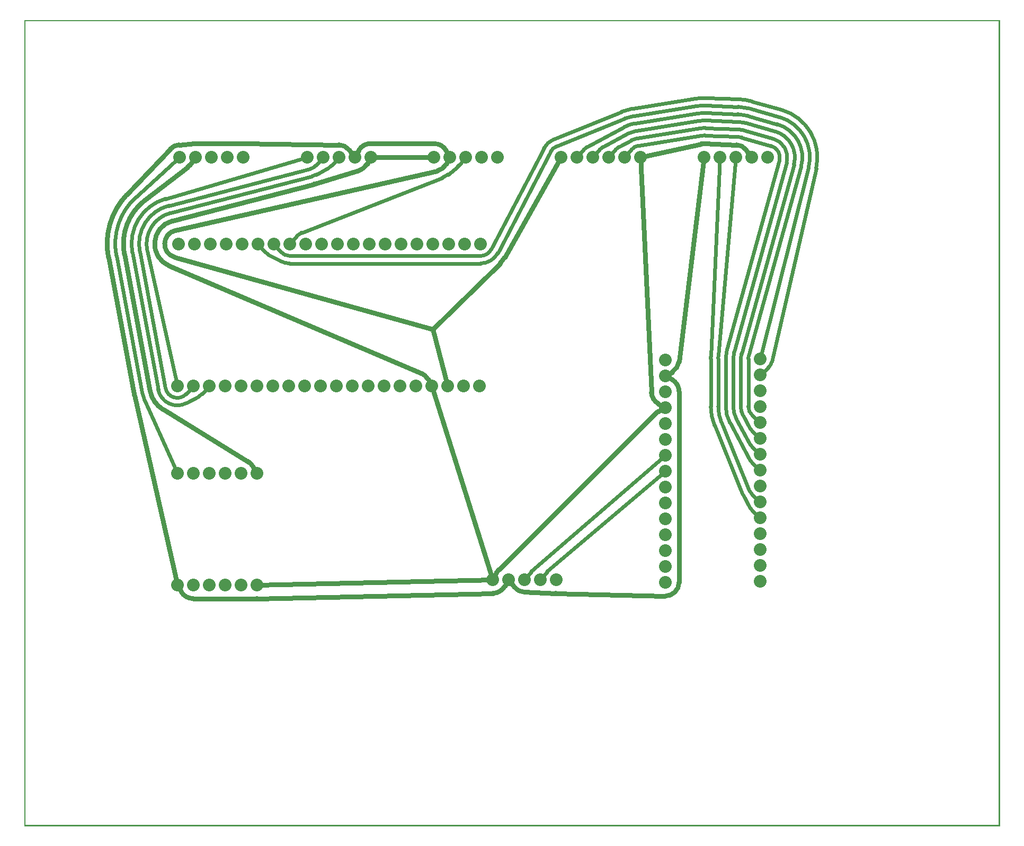
<source format=gbr>
%FSLAX44Y44*%
%OFA0.0000B0.0000*%
%SFA1B1*%
%MOMM*%
%ADD10C,0.0000X0.0000X0.0000*%
%ADD11C,0.2032X0.0000X0.0000*%
%ADD12C,2.0320X0.0000X0.0000*%
%ADD13C,0.8000X0.0000X0.0000*%
%ADD14C,0.6000X0.0000X0.0000*%
%LNBOT*%
%LPD*%
G54D10*
X-1424216Y794816D2*
X-1424216Y-494016D1*
X134516Y794816D2*
X-1424216Y794816D1*
X134516Y-494016D2*
X134516Y794816D1*
X-1424216Y-494016D2*
X134516Y-494016D1*
G54D11*
X-1423200Y793800D2*
X-1423200Y-493000D1*
X133500Y793800D2*
X-1423200Y793800D1*
X133500Y-493000D2*
X133500Y793800D1*
X-1423200Y-493000D2*
X133500Y-493000D1*
G54D12*
X-1074200Y575000D3*
X-1099600Y575000D3*
X-1125000Y575000D3*
X-1150400Y575000D3*
X-1175800Y575000D3*
X-236000Y575000D3*
X-261400Y575000D3*
X-286800Y575000D3*
X-312200Y575000D3*
X-337600Y575000D3*
X-1052900Y69800D3*
X-1078300Y69800D3*
X-1103700Y69800D3*
X-1129100Y69800D3*
X-1154500Y69800D3*
X-1179900Y69800D3*
X-870800Y575000D3*
X-896200Y575000D3*
X-921600Y575000D3*
X-947000Y575000D3*
X-972400Y575000D3*
X-675800Y-100000D3*
X-650400Y-100000D3*
X-625000Y-100000D3*
X-599600Y-100000D3*
X-574200Y-100000D3*
X-667800Y575000D3*
X-693200Y575000D3*
X-718600Y575000D3*
X-744000Y575000D3*
X-769400Y575000D3*
X-1179900Y-108420D3*
X-1154500Y-108420D3*
X-1129100Y-108420D3*
X-1103700Y-108420D3*
X-1078300Y-108420D3*
X-1052900Y-108420D3*
X-439400Y575000D3*
X-464800Y575000D3*
X-490200Y575000D3*
X-515600Y575000D3*
X-541000Y575000D3*
X-566400Y575000D3*
X-400000Y251200D3*
X-400000Y225800D3*
X-400000Y200400D3*
X-400000Y175000D3*
X-400000Y149600D3*
X-400000Y124200D3*
X-400000Y98800D3*
X-400000Y73400D3*
X-400000Y48000D3*
X-400000Y22600D3*
X-400000Y-2800D3*
X-400000Y-28200D3*
X-400000Y-53600D3*
X-400000Y-79000D3*
X-400000Y-104400D3*
X-248070Y-102590D3*
X-248070Y-77190D3*
X-248070Y-51790D3*
X-248070Y-26390D3*
X-248070Y-990D3*
X-248070Y24410D3*
X-248070Y49810D3*
X-248070Y75210D3*
X-248070Y100610D3*
X-248070Y126010D3*
X-248070Y151410D3*
X-248070Y176810D3*
X-248070Y202210D3*
X-248070Y227610D3*
X-248070Y253010D3*
X-1179800Y209600D3*
X-1154400Y209600D3*
X-1129000Y209600D3*
X-1103600Y209600D3*
X-1078200Y209600D3*
X-1052800Y209600D3*
X-1027400Y209600D3*
X-1002000Y209600D3*
X-976600Y209600D3*
X-951200Y209600D3*
X-925800Y209600D3*
X-900400Y209600D3*
X-875000Y209600D3*
X-849600Y209600D3*
X-824200Y209600D3*
X-798800Y209600D3*
X-773400Y209600D3*
X-748000Y209600D3*
X-722600Y209600D3*
X-697200Y209600D3*
X-695200Y436600D3*
X-720600Y436600D3*
X-746000Y436600D3*
X-771400Y436600D3*
X-796800Y436600D3*
X-822200Y436600D3*
X-847600Y436600D3*
X-873000Y436600D3*
X-898400Y436600D3*
X-923800Y436600D3*
X-949200Y436600D3*
X-974600Y436600D3*
X-1000000Y436600D3*
X-1025400Y436600D3*
X-1050800Y436600D3*
X-1076200Y436600D3*
X-1101600Y436600D3*
X-1127000Y436600D3*
X-1152400Y436600D3*
X-1177800Y436600D3*
G54D13*
X-378008Y248478D2*
X-337600Y575000D1*
G75*
G01X-389170Y231867D2*
G03X-378008Y248478I-10830J19333D1*
G74*
X-400000Y225800D2*
X-389170Y231867D1*
X-664262Y405089D2*
X-771300Y300000D1*
G75*
G01X-664262Y405089D2*
G03X-656740Y414898I-30938J31511D1*
G74*
X-566400Y575000D2*
X-656740Y414898D1*
X-905599Y587263D2*
X-896200Y575000D1*
G75*
G01X-905599Y587263D2*
G03X-921336Y595158I-16001J-12263D1*
G74*
X-1073910Y597158D2*
X-921336Y595158D1*
G75*
G01X-1073910Y597158D2*
G03X-1074200Y597160I-290J-22158D1*
G74*
X-1150400Y597160D2*
X-1074200Y597160D1*
G75*
G01X-1150400Y597160D2*
G03X-1152145Y597091I0J-22160D1*
G74*
X-1177387Y595097D2*
X-1152145Y597091D1*
G75*
G01X-1177387Y595097D2*
G03X-1190399Y588903I1587J-20097D1*
G74*
X-1260468Y515331D2*
X-1190399Y588903D1*
G75*
G01X-1260468Y515331D2*
G03X-1289986Y415460I82668J-78731D1*
G74*
X-1248747Y196608D2*
X-1289986Y415460D1*
G75*
G01X-1248747Y196608D2*
G03X-1248236Y194143I68947J12992D1*
G74*
X-1179900Y-108420D2*
X-1248236Y194143D1*
X-656467Y-110830D2*
X-650400Y-100000D1*
G75*
G01X-675305Y-122154D2*
G03X-656467Y-110830I-495J22154D1*
G74*
X-1052405Y-130574D2*
X-675305Y-122154D1*
G75*
G01X-1052900Y-130580D2*
G03X-1052405Y-130574I0J22160D1*
G74*
X-1154500Y-130580D2*
X-1052900Y-130580D1*
G75*
G01X-1173833Y-119250D2*
G03X-1154500Y-130580I19333J10830D1*
G74*
X-1179900Y-108420D2*
X-1173833Y-119250D1*
X-1183764Y415258D2*
X-771300Y300000D1*
G75*
G01X-1182718Y458207D2*
G03X-1183764Y415258I4918J-21607D1*
G74*
X-764482Y553393D2*
X-1182718Y458207D1*
G75*
G01X-764482Y553393D2*
G03X-750067Y564170I-4918J21607D1*
G74*
X-744000Y575000D2*
X-750067Y564170D1*
X-389170Y219733D2*
X-400000Y225800D1*
G75*
G01X-377840Y200400D2*
G03X-389170Y219733I-22160J0D1*
G74*
X-377840Y-104400D2*
X-377840Y200400D1*
G75*
G01X-400560Y-126553D2*
G03X-377840Y-104400I560J22153D1*
G74*
X-574760Y-122153D2*
X-400560Y-126553D1*
G75*
G01X-575072Y-122143D2*
G03X-574760Y-122153I872J22143D1*
G74*
X-625794Y-120144D2*
X-575072Y-122143D1*
G75*
G01X-641001Y-112263D2*
G03X-625794Y-120144I16001J12263D1*
G74*
X-650400Y-100000D2*
X-641001Y-112263D1*
X-750067Y585830D2*
X-744000Y575000D1*
G75*
G01X-750067Y585830D2*
G03X-769400Y597160I-19333J-10830D1*
G74*
X-870800Y597160D2*
X-769400Y597160D1*
G75*
G01X-870800Y597160D2*
G03X-890133Y585830I0J-22160D1*
G74*
X-896200Y575000D2*
X-890133Y585830D1*
X-771300Y300000D2*
X-748000Y209600D1*
X-876867Y564170D2*
X-870800Y575000D1*
G75*
G01X-889802Y553784D2*
G03X-876867Y564170I-6398J21216D1*
G74*
X-959650Y532721D2*
X-889802Y553784D1*
G75*
G01X-961299Y532258D2*
G03X-959650Y532721I-11101J42742D1*
G74*
X-1187393Y473535D2*
X-961299Y532258D1*
G75*
G01X-1187393Y473535D2*
G03X-1192754Y401492I9593J-36935D1*
G74*
X-790116Y229988D2*
X-1192754Y401492D1*
G75*
G01X-779467Y220430D2*
G03X-790116Y229988I-19333J-10830D1*
G74*
X-773400Y209600D2*
X-779467Y220430D1*
X-669733Y-89170D2*
X-675800Y-100000D1*
G75*
G01X-666044Y-84305D2*
G03X-669733Y-89170I15644J-15695D1*
G74*
X-415644Y165295D2*
X-666044Y-84305D1*
G75*
G01X-410830Y168933D2*
G03X-415644Y165295I10830J-19333D1*
G74*
X-400000Y175000D2*
X-410830Y168933D1*
X-410830Y181067D2*
X-400000Y175000D1*
G75*
G01X-422137Y199383D2*
G03X-410830Y181067I22137J1017D1*
G74*
X-439400Y575000D2*
X-422137Y199383D1*
X-1052900Y-108420D2*
X-675800Y-100000D1*
X-675800Y-100000D2*
X-773400Y209600D1*
X-870800Y575000D2*
X-769400Y575000D1*
X-342424Y596629D2*
X-439400Y575000D1*
G75*
G01X-336728Y597143D2*
G03X-342424Y596629I-872J-22143D1*
G74*
X-286006Y595144D2*
X-336728Y597143D1*
G75*
G01X-270799Y587263D2*
G03X-286006Y595144I-16001J-12263D1*
G74*
X-261400Y575000D2*
X-270799Y587263D1*
X-1058967Y80630D2*
X-1052900Y69800D1*
G75*
G01X-1058967Y80630D2*
G03X-1066740Y88706I-19333J-10830D1*
G74*
X-1202837Y171925D2*
X-1066740Y88706D1*
G75*
G01X-1223196Y201423D2*
G03X-1202837Y171925I43396J8177D1*
G74*
X-1264435Y420275D2*
X-1223196Y201423D1*
G75*
G01X-1231682Y506378D2*
G03X-1264435Y420275I53882J-69778D1*
G74*
X-1163479Y559044D2*
X-1231682Y506378D1*
G75*
G01X-1163479Y559044D2*
G03X-1159799Y562737I-12321J15956D1*
G74*
X-1150400Y575000D2*
X-1159799Y562737D1*
G54D14*
X-260648Y86157D2*
X-248070Y75210D1*
G75*
G01X-264957Y91558D2*
G03X-260648Y86157I16887J9052D1*
G74*
X-296686Y150750D2*
X-264957Y91558D1*
G75*
G01X-303230Y176810D2*
G03X-296686Y150750I55160J0D1*
G74*
X-303230Y253010D2*
X-303230Y176810D1*
G75*
G01X-301228Y267734D2*
G03X-303230Y253010I53158J-14724D1*
G74*
X-217535Y569885D2*
X-301228Y267734D1*
G75*
G01X-217535Y569885D2*
G03X-230720Y593418I-18465J5115D1*
G74*
X-277661Y606876D2*
X-230720Y593418D1*
G75*
G01X-277661Y606876D2*
G03X-285494Y608134I-9139J-31876D1*
G74*
X-336216Y610133D2*
X-285494Y608134D1*
G75*
G01X-336216Y610133D2*
G03X-343126Y609723I-1384J-35133D1*
G74*
X-442411Y593922D2*
X-343126Y609723D1*
G75*
G01X-442411Y593922D2*
G03X-453853Y587578I3011J-18922D1*
G74*
X-464800Y575000D2*
X-453853Y587578D1*
X-260648Y111557D2*
X-248070Y100610D1*
G75*
G01X-264957Y116958D2*
G03X-260648Y111557I16887J9052D1*
G74*
X-286110Y156419D2*
X-264957Y116958D1*
G75*
G01X-291230Y176810D2*
G03X-286110Y156419I43160J0D1*
G74*
X-291230Y253010D2*
X-291230Y176810D1*
G75*
G01X-289664Y264531D2*
G03X-291230Y253010I41594J-11521D1*
G74*
X-205971Y566682D2*
X-289664Y264531D1*
G75*
G01X-205971Y566682D2*
G03X-227413Y604953I-30029J8318D1*
G74*
X-274354Y618411D2*
X-227413Y604953D1*
G75*
G01X-274354Y618411D2*
G03X-285022Y620125I-12446J-43411D1*
G74*
X-335743Y622123D2*
X-285022Y620125D1*
G75*
G01X-335743Y622123D2*
G03X-345012Y621574I-1857J-47123D1*
G74*
X-444297Y605773D2*
X-345012Y621574D1*
G75*
G01X-444297Y605773D2*
G03X-454121Y602463I4897J-30773D1*
G74*
X-473852Y591887D2*
X-454121Y602463D1*
G75*
G01X-473852Y591887D2*
G03X-479253Y587578I9052J-16887D1*
G74*
X-490200Y575000D2*
X-479253Y587578D1*
X-260648Y136957D2*
X-248070Y126010D1*
G75*
G01X-264957Y142358D2*
G03X-260648Y136957I16887J9052D1*
G74*
X-275533Y162089D2*
X-264957Y142358D1*
G75*
G01X-279230Y176810D2*
G03X-275533Y162089I31160J0D1*
G74*
X-279230Y253010D2*
X-279230Y176810D1*
G75*
G01X-278099Y261328D2*
G03X-279230Y253010I30029J-8318D1*
G74*
X-194406Y563479D2*
X-278099Y261328D1*
G75*
G01X-194406Y563479D2*
G03X-224106Y616489I-41594J11521D1*
G74*
X-271047Y629946D2*
X-224106Y616489D1*
G75*
G01X-271047Y629946D2*
G03X-284550Y632116I-15753J-54946D1*
G74*
X-335271Y634114D2*
X-284550Y632116D1*
G75*
G01X-335271Y634114D2*
G03X-346898Y633425I-2329J-59114D1*
G74*
X-446183Y617624D2*
X-346898Y633425D1*
G75*
G01X-446183Y617624D2*
G03X-459791Y613040I6783J-42624D1*
G74*
X-499252Y591887D2*
X-459791Y613040D1*
G75*
G01X-499252Y591887D2*
G03X-504653Y587578I9052J-16887D1*
G74*
X-515600Y575000D2*
X-504653Y587578D1*
X-260648Y162357D2*
X-248070Y151410D1*
G75*
G01X-267230Y176810D2*
G03X-260648Y162357I19160J0D1*
G74*
X-267230Y253010D2*
X-267230Y176810D1*
G75*
G01X-266535Y258125D2*
G03X-267230Y253010I18465J-5115D1*
G74*
X-182842Y560276D2*
X-266535Y258125D1*
G75*
G01X-182842Y560276D2*
G03X-220798Y628024I-53158J14724D1*
G74*
X-267740Y641482D2*
X-220798Y628024D1*
G75*
G01X-267740Y641482D2*
G03X-284077Y644106I-19060J-66482D1*
G74*
X-334798Y646105D2*
X-284077Y644106D1*
G75*
G01X-334798Y646105D2*
G03X-348784Y645276I-2802J-71105D1*
G74*
X-448070Y629474D2*
X-348784Y645276D1*
G75*
G01X-448070Y629474D2*
G03X-465460Y623616I8670J-54474D1*
G74*
X-524652Y591887D2*
X-465460Y623616D1*
G75*
G01X-524652Y591887D2*
G03X-530053Y587578I9052J-16887D1*
G74*
X-541000Y575000D2*
X-530053Y587578D1*
X-989053Y449178D2*
X-1000000Y436600D1*
G75*
G01X-981566Y454449D2*
G03X-989053Y449178I6966J-17849D1*
G74*
X-756616Y542246D2*
X-981566Y454449D1*
G75*
G01X-756616Y542246D2*
G03X-747252Y547693I-12784J32754D1*
G74*
X-731931Y560119D2*
X-747252Y547693D1*
G75*
G01X-731931Y560119D2*
G03X-729547Y562422I-12069J14881D1*
G74*
X-718600Y575000D2*
X-729547Y562422D1*
X-612166Y-85536D2*
X-400000Y98800D1*
G75*
G01X-612166Y-85536D2*
G03X-614053Y-87422I12566J-14464D1*
G74*
X-625000Y-100000D2*
X-614053Y-87422D1*
X-586617Y-85408D2*
X-400000Y73400D1*
G75*
G01X-586617Y-85408D2*
G03X-588653Y-87422I12417J-14592D1*
G74*
X-599600Y-100000D2*
X-588653Y-87422D1*
X-1165347Y197022D2*
X-1154400Y209600D1*
G75*
G01X-1198629Y206052D2*
G03X-1165347Y197022I18829J3548D1*
G74*
X-1239868Y424904D2*
X-1198629Y206052D1*
G75*
G01X-1193678Y497732D2*
G03X-1239868Y424904I15878J-61132D1*
G74*
X-967583Y556455D2*
X-1193678Y497732D1*
G75*
G01X-967583Y556455D2*
G03X-957947Y562422I-4817J18545D1*
G74*
X-947000Y575000D2*
X-957947Y562422D1*
X-1227744Y425510D2*
X-1179800Y209600D1*
G75*
G01X-1190661Y486117D2*
G03X-1227744Y425510I12861J-49517D1*
G74*
X-964567Y544841D2*
X-1190661Y486117D1*
G75*
G01X-964567Y544841D2*
G03X-957679Y547537I-7833J30159D1*
G74*
X-937948Y558113D2*
X-957679Y547537D1*
G75*
G01X-937948Y558113D2*
G03X-932547Y562422I-9052J16887D1*
G74*
X-921600Y575000D2*
X-932547Y562422D1*
X-1139947Y197022D2*
X-1129000Y209600D1*
G75*
G01X-1145348Y192713D2*
G03X-1139947Y197022I-9052J16887D1*
G74*
X-1165079Y182137D2*
X-1145348Y192713D1*
G75*
G01X-1210421Y203830D2*
G03X-1165079Y182137I30621J5770D1*
G74*
X-1251660Y422682D2*
X-1210421Y203830D1*
G75*
G01X-1198904Y508736D2*
G03X-1251660Y422682I21104J-72136D1*
G74*
X-972400Y575000D2*
X-1198904Y508736D1*
X-260648Y35357D2*
X-248070Y24410D1*
G75*
G01X-265809Y42568D2*
G03X-260648Y35357I17739J7242D1*
G74*
X-310248Y151427D2*
X-265809Y42568D1*
G75*
G01X-315230Y176810D2*
G03X-310248Y151427I67160J0D1*
G74*
X-315230Y253010D2*
X-315230Y176810D1*
G75*
G01X-314965Y258972D2*
G03X-315230Y253010I66895J-5962D1*
G74*
X-286800Y575000D2*
X-314965Y258972D1*
X-260648Y9957D2*
X-248070Y-990D1*
G75*
G01X-264957Y15358D2*
G03X-260648Y9957I16887J9052D1*
G74*
X-275533Y35089D2*
X-264957Y15358D1*
G75*
G01X-276919Y38033D2*
G03X-275533Y35089I28849J11777D1*
G74*
X-321358Y146891D2*
X-276919Y38033D1*
G75*
G01X-327230Y176810D2*
G03X-321358Y146891I79160J0D1*
G74*
X-327230Y253010D2*
X-327230Y176810D1*
G75*
G01X-327143Y256722D2*
G03X-327230Y253010I79073J-3712D1*
G74*
X-312200Y575000D2*
X-327143Y256722D1*
X-1231981Y186266D2*
X-1179900Y69800D1*
G75*
G01X-1235971Y199015D2*
G03X-1231981Y186266I56171J10585D1*
G74*
X-1277211Y417868D2*
X-1235971Y199015D1*
G75*
G01X-1245770Y511523D2*
G03X-1277211Y417868I67970J-74923D1*
G74*
X-1175800Y575000D2*
X-1245770Y511523D1*
X-1014453Y424022D2*
X-1025400Y436600D1*
G75*
G01X-1014453Y424022D2*
G03X-1000000Y417440I14453J12578D1*
G74*
X-695200Y417440D2*
X-1000000Y417440D1*
G75*
G01X-695200Y417440D2*
G03X-678206Y427751I0J19160D1*
G74*
X-594038Y589391D2*
X-678206Y427751D1*
G75*
G01X-578177Y603849D2*
G03X-594038Y589391I11777J-28849D1*
G74*
X-469319Y648288D2*
X-578177Y603849D1*
G75*
G01X-451842Y653176D2*
G03X-469319Y648288I12442J-78176D1*
G74*
X-352556Y668977D2*
X-451842Y653176D1*
G75*
G01X-333854Y670086D2*
G03X-352556Y668977I-3746J-95086D1*
G74*
X-283132Y668088D2*
X-333854Y670086D1*
G75*
G01X-261126Y664552D2*
G03X-283132Y668088I-25674J-89552D1*
G74*
X-214184Y651095D2*
X-261126Y664552D1*
G75*
G01X-158831Y557357D2*
G03X-214184Y651095I-77169J17643D1*
G74*
X-229392Y248740D2*
X-158831Y557357D1*
G75*
G01X-235492Y238557D2*
G03X-229392Y248740I-12578J14453D1*
G74*
X-248070Y227610D2*
X-235492Y238557D1*
X-1039853Y424022D2*
X-1050800Y436600D1*
G75*
G01X-1039853Y424022D2*
G03X-1034452Y419713I14453J12578D1*
G74*
X-1014721Y409137D2*
X-1034452Y419713D1*
G75*
G01X-1014721Y409137D2*
G03X-1000000Y405440I14721J27463D1*
G74*
X-695200Y405440D2*
X-1000000Y405440D1*
G75*
G01X-695200Y405440D2*
G03X-667562Y422209I0J31160D1*
G74*
X-583394Y583849D2*
X-667562Y422209D1*
G75*
G01X-573642Y592739D2*
G03X-583394Y583849I7242J-17739D1*
G74*
X-464783Y637178D2*
X-573642Y592739D1*
G75*
G01X-449956Y641325D2*
G03X-464783Y637178I10556J-66325D1*
G74*
X-350670Y657126D2*
X-449956Y641325D1*
G75*
G01X-334326Y658096D2*
G03X-350670Y657126I-3274J-83096D1*
G74*
X-283605Y656097D2*
X-334326Y658096D1*
G75*
G01X-264433Y653017D2*
G03X-283605Y656097I-22367J-78017D1*
G74*
X-217491Y639559D2*
X-264433Y653017D1*
G75*
G01X-170886Y558551D2*
G03X-217491Y639559I-65114J16449D1*
G74*
X-248070Y253010D2*
X-170886Y558551D1*
M02*

</source>
